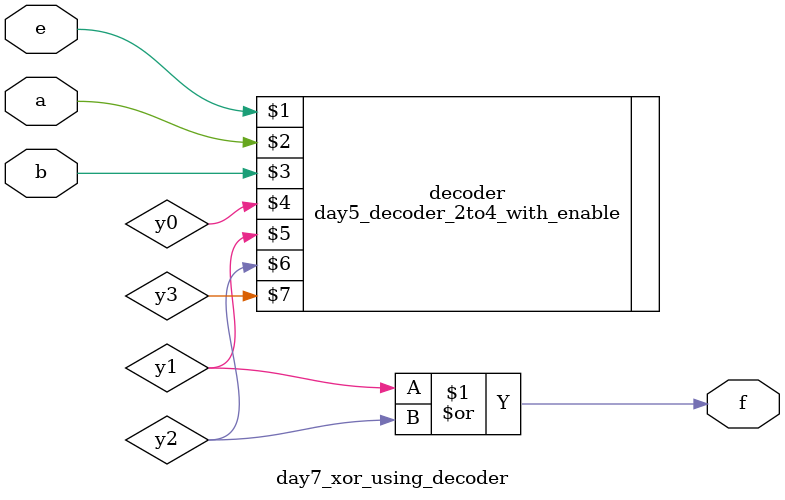
<source format=v>
`timescale 1ns / 1ps


module day7_xor_using_decoder(
    input e,
    input a,
    input b,
    output f
    );
    wire y0,y1,y2,y3;
    
    day5_decoder_2to4_with_enable decoder(e,a,b,y0,y1,y2,y3);
    assign f= y1|y2; // xor
    
    
endmodule

</source>
